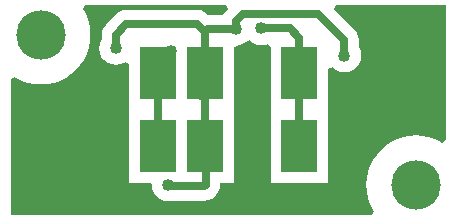
<source format=gbl>
%FSLAX25Y25*%
%MOIN*%
G70*
G01*
G75*
G04 Layer_Physical_Order=2*
G04 Layer_Color=65280*
%ADD10R,0.08000X0.05000*%
%ADD11R,0.05906X0.03937*%
%ADD12C,0.02500*%
%ADD13C,0.16500*%
%ADD14C,0.04000*%
%ADD15R,0.12205X0.17716*%
G36*
X647500Y552254D02*
X646177Y551546D01*
X645768Y551820D01*
X643828Y552777D01*
X641780Y553472D01*
X639658Y553894D01*
X637500Y554035D01*
X635342Y553894D01*
X633220Y553472D01*
X631172Y552777D01*
X629232Y551820D01*
X627434Y550618D01*
X625808Y549192D01*
X624382Y547566D01*
X623180Y545768D01*
X622223Y543828D01*
X621528Y541780D01*
X621106Y539658D01*
X620965Y537500D01*
X621106Y535342D01*
X621528Y533220D01*
X622223Y531172D01*
X623180Y529232D01*
X623454Y528823D01*
X622746Y527500D01*
X502500D01*
Y572746D01*
X503823Y573454D01*
X504232Y573180D01*
X506172Y572223D01*
X508220Y571528D01*
X510342Y571106D01*
X512500Y570965D01*
X514658Y571106D01*
X516780Y571528D01*
X518828Y572223D01*
X520768Y573180D01*
X522566Y574382D01*
X524192Y575808D01*
X525618Y577434D01*
X526820Y579232D01*
X527777Y581172D01*
X528472Y583220D01*
X528894Y585342D01*
X529035Y587500D01*
X528894Y589658D01*
X528472Y591780D01*
X527777Y593828D01*
X526820Y595768D01*
X526546Y596177D01*
X527254Y597500D01*
X574265D01*
X574839Y596114D01*
X574112Y595388D01*
X573351Y594395D01*
X573266Y594191D01*
X568308D01*
X568111Y594165D01*
X567888Y594388D01*
X566895Y595149D01*
X566557Y595289D01*
X565740Y595628D01*
X564500Y595791D01*
X541000D01*
X539760Y595628D01*
X538604Y595149D01*
X537612Y594388D01*
X534112Y590888D01*
X533351Y589895D01*
X533211Y589557D01*
X532872Y588740D01*
X532709Y587500D01*
Y585791D01*
X532696Y585774D01*
X532142Y584436D01*
X531952Y583000D01*
X532142Y581564D01*
X532696Y580226D01*
X533577Y579077D01*
X534726Y578196D01*
X536064Y577642D01*
X537500Y577453D01*
X538936Y577642D01*
X540274Y578196D01*
X540508Y578376D01*
X541854Y577712D01*
Y562548D01*
Y537942D01*
X549065D01*
X549452Y537500D01*
X549642Y536064D01*
X550196Y534726D01*
X551077Y533577D01*
X552226Y532696D01*
X553564Y532142D01*
X555000Y531952D01*
X556436Y532142D01*
X556599Y532209D01*
X567000D01*
X568240Y532372D01*
X569057Y532711D01*
X569395Y532851D01*
X570388Y533612D01*
X570888Y534112D01*
X571649Y535105D01*
X572128Y536260D01*
X572291Y537500D01*
Y537942D01*
X576806D01*
Y562548D01*
Y583244D01*
X577500Y583852D01*
X578936Y584042D01*
X580274Y584596D01*
X581423Y585477D01*
X582098Y585676D01*
Y585676D01*
X582098Y585676D01*
X583247Y584794D01*
X584585Y584240D01*
X586021Y584051D01*
X587456Y584240D01*
X587850Y584403D01*
X589098Y583570D01*
Y562548D01*
Y537942D01*
X608302D01*
Y562548D01*
Y576167D01*
X609723Y576650D01*
X609778Y576577D01*
X610927Y575696D01*
X612265Y575142D01*
X613701Y574953D01*
X615137Y575142D01*
X616474Y575696D01*
X617623Y576577D01*
X618505Y577726D01*
X619059Y579064D01*
X619248Y580500D01*
X619059Y581936D01*
X618505Y583274D01*
X618492Y583291D01*
Y585799D01*
X618329Y587039D01*
X617850Y588195D01*
X617089Y589187D01*
X610161Y596114D01*
X610735Y597500D01*
X647500D01*
Y552254D01*
D02*
G37*
D12*
X572500Y530000D02*
X576000Y533500D01*
X545500Y530000D02*
X572500D01*
X538500Y537000D02*
X545500Y530000D01*
X534500Y537000D02*
X538500D01*
X582500Y536500D02*
X584500Y534500D01*
X608500D01*
X610500Y536500D01*
Y557100D01*
X617500Y564100D01*
Y572000D01*
X567204Y550300D02*
Y588296D01*
X527500Y561500D02*
Y573000D01*
Y561500D02*
X534500Y554500D01*
Y537000D02*
Y554500D01*
X537500Y583000D02*
Y587500D01*
X541000Y591000D01*
X567000Y575110D02*
X567204Y574906D01*
X541000Y591000D02*
X564500D01*
X567204Y588296D01*
X568308Y589400D02*
X577500D01*
X567204Y588296D02*
X568308Y589400D01*
X586021Y589598D02*
X595402D01*
X598700Y586300D01*
X613701Y580500D02*
Y585799D01*
X605000Y594500D02*
X613701Y585799D01*
X580000Y594500D02*
X605000D01*
X577500Y589400D02*
Y592000D01*
X580000Y594500D01*
X576000Y533500D02*
X579500D01*
X582500Y536500D01*
Y549848D01*
X582952Y550300D01*
X555000Y537500D02*
X555500Y537000D01*
X567000D01*
X567500Y537500D01*
Y550004D01*
X555000Y537500D02*
X555500D01*
X551456Y550300D02*
Y574906D01*
X567204Y550300D02*
X567500Y550004D01*
X582952Y550300D02*
Y574906D01*
X598700Y550300D02*
Y586300D01*
D13*
X512500Y587500D02*
D03*
X637500Y537500D02*
D03*
D14*
X556000Y582000D02*
D03*
X586021Y589598D02*
D03*
X537500Y583000D02*
D03*
X527500Y573000D02*
D03*
X555000Y537500D02*
D03*
X534500Y537000D02*
D03*
Y554500D02*
D03*
X576000Y533500D02*
D03*
X610500Y557100D02*
D03*
X577500Y589400D02*
D03*
X617500Y572000D02*
D03*
X613701Y580500D02*
D03*
X565500Y567900D02*
D03*
D15*
X598700Y550300D02*
D03*
X582952D02*
D03*
X567204D02*
D03*
X598700Y574906D02*
D03*
X582952D02*
D03*
X567204D02*
D03*
X551456Y550300D02*
D03*
Y574906D02*
D03*
M02*

</source>
